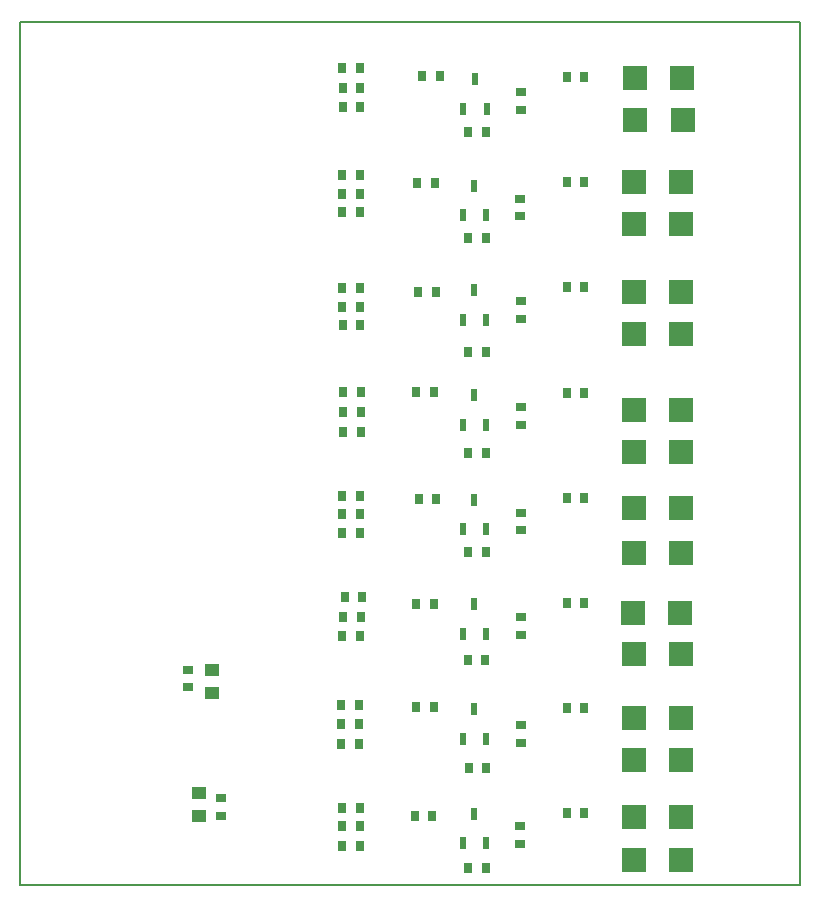
<source format=gbp>
%FSLAX25Y25*%
%MOIN*%
G70*
G01*
G75*
G04 Layer_Color=128*
%ADD10C,0.01000*%
%ADD11C,0.00800*%
%ADD12C,0.02000*%
%ADD13R,0.02756X0.03347*%
%ADD14R,0.03937X0.05118*%
%ADD15R,0.07874X0.07874*%
%ADD16R,0.17323X0.17323*%
%ADD17R,0.03937X0.00787*%
%ADD18R,0.00787X0.03937*%
%ADD19O,0.02205X0.06870*%
%ADD20R,0.03347X0.02756*%
%ADD21R,0.01181X0.03937*%
%ADD22R,0.05315X0.02559*%
%ADD23R,0.05118X0.03937*%
%ADD24R,0.09543X0.14252*%
%ADD25R,0.03937X0.02362*%
%ADD26O,0.05500X0.02500*%
%ADD27R,0.05500X0.02500*%
%ADD28R,0.05906X0.02500*%
%ADD29C,0.00500*%
%ADD30C,0.09961*%
%ADD31R,0.05906X0.05906*%
%ADD32C,0.05906*%
%ADD33R,0.05906X0.05906*%
%ADD34O,0.03937X0.08268*%
%ADD35C,0.02638*%
%ADD36C,0.06496*%
%ADD37C,0.02000*%
%ADD38C,0.03000*%
%ADD39R,0.02362X0.03937*%
%ADD40R,0.07874X0.07874*%
%ADD41C,0.01181*%
%ADD42C,0.00700*%
%ADD43C,0.00787*%
%ADD44C,0.00600*%
%ADD45R,0.03556X0.04147*%
%ADD46R,0.04737X0.05918*%
%ADD47R,0.08674X0.08674*%
%ADD48R,0.17717X0.17717*%
%ADD49R,0.04331X0.01181*%
%ADD50R,0.01181X0.04331*%
%ADD51O,0.03005X0.07670*%
%ADD52R,0.04147X0.03556*%
%ADD53R,0.01981X0.04737*%
%ADD54R,0.06115X0.03359*%
%ADD55R,0.05918X0.04737*%
%ADD56R,0.10343X0.15052*%
%ADD57R,0.04737X0.03162*%
%ADD58O,0.06300X0.03300*%
%ADD59R,0.06300X0.03300*%
%ADD60R,0.06706X0.03300*%
%ADD61C,0.10761*%
%ADD62R,0.06706X0.06706*%
%ADD63C,0.06706*%
%ADD64R,0.06706X0.06706*%
%ADD65O,0.04737X0.09068*%
%ADD66C,0.03438*%
%ADD67C,0.06890*%
%ADD68R,0.03162X0.04737*%
%ADD69R,0.08674X0.08674*%
D13*
X-127100Y128700D02*
D03*
X-121195D02*
D03*
X-77700Y128971D02*
D03*
X-71794D02*
D03*
X-77700Y93914D02*
D03*
X-71794D02*
D03*
X-128000Y93500D02*
D03*
X-122095D02*
D03*
X-128400Y22800D02*
D03*
X-122494D02*
D03*
X-77700Y23800D02*
D03*
X-71794D02*
D03*
X-77700Y58857D02*
D03*
X-71794D02*
D03*
X-128000Y59200D02*
D03*
X-122095D02*
D03*
X-120095Y269700D02*
D03*
X-126000D02*
D03*
X-71794Y269200D02*
D03*
X-77700D02*
D03*
X-71794Y234143D02*
D03*
X-77700D02*
D03*
X-121695Y233900D02*
D03*
X-127600D02*
D03*
X-121294Y197400D02*
D03*
X-127200D02*
D03*
X-71794Y199086D02*
D03*
X-77700D02*
D03*
X-121994Y164100D02*
D03*
X-127900D02*
D03*
X-71794Y164029D02*
D03*
X-77700D02*
D03*
X-104595Y5500D02*
D03*
X-110500D02*
D03*
X-104495Y38900D02*
D03*
X-110400D02*
D03*
X-152600Y25500D02*
D03*
X-146695D02*
D03*
Y19500D02*
D03*
X-152600D02*
D03*
X-146695Y12900D02*
D03*
X-152600D02*
D03*
X-146994Y46800D02*
D03*
X-152900D02*
D03*
X-146994Y53500D02*
D03*
X-152900D02*
D03*
Y59900D02*
D03*
X-146994D02*
D03*
X-104795Y74800D02*
D03*
X-110700D02*
D03*
X-146695Y83000D02*
D03*
X-152600D02*
D03*
X-146395Y89300D02*
D03*
X-152300D02*
D03*
X-151700Y95800D02*
D03*
X-145794D02*
D03*
X-104595Y110900D02*
D03*
X-110500D02*
D03*
X-146595Y117300D02*
D03*
X-152500D02*
D03*
X-146695Y123500D02*
D03*
X-152600D02*
D03*
Y129700D02*
D03*
X-146695D02*
D03*
X-104595Y144000D02*
D03*
X-110500D02*
D03*
X-152206Y150800D02*
D03*
X-146300D02*
D03*
X-152206Y157700D02*
D03*
X-146300D02*
D03*
Y164100D02*
D03*
X-152206D02*
D03*
X-104595Y177400D02*
D03*
X-110500D02*
D03*
X-152400Y186400D02*
D03*
X-146494D02*
D03*
X-152600Y192700D02*
D03*
X-146695D02*
D03*
X-146595Y199000D02*
D03*
X-152500D02*
D03*
X-104595Y215700D02*
D03*
X-110500D02*
D03*
X-152600Y224100D02*
D03*
X-146695D02*
D03*
X-152600Y230100D02*
D03*
X-146695D02*
D03*
Y236400D02*
D03*
X-152600D02*
D03*
X-104595Y251000D02*
D03*
X-110500D02*
D03*
X-152400Y259300D02*
D03*
X-146494D02*
D03*
X-152400Y265500D02*
D03*
X-146494D02*
D03*
X-146695Y272100D02*
D03*
X-152600D02*
D03*
D20*
X-92900Y118095D02*
D03*
Y124000D02*
D03*
X-93200Y13595D02*
D03*
Y19500D02*
D03*
X-93100Y47295D02*
D03*
Y53200D02*
D03*
X-93000Y258194D02*
D03*
Y264100D02*
D03*
Y83195D02*
D03*
Y89100D02*
D03*
Y153194D02*
D03*
Y159100D02*
D03*
X-93100Y188695D02*
D03*
Y194600D02*
D03*
X-93200Y222795D02*
D03*
Y228700D02*
D03*
X-204100Y65794D02*
D03*
Y71700D02*
D03*
X-193100Y28905D02*
D03*
Y23000D02*
D03*
D23*
X-196000Y63726D02*
D03*
Y71600D02*
D03*
X-200400Y30674D02*
D03*
Y22800D02*
D03*
D29*
X-259842Y287402D02*
X0D01*
Y0D02*
Y287402D01*
X-259842Y0D02*
X0D01*
X-259842D02*
Y287402D01*
D39*
X-104500Y83571D02*
D03*
X-108437Y93414D02*
D03*
X-112374Y83571D02*
D03*
X-104500Y118457D02*
D03*
X-108437Y128300D02*
D03*
X-112374Y118457D02*
D03*
X-104500Y13800D02*
D03*
X-108437Y23642D02*
D03*
X-112374Y13800D02*
D03*
X-104500Y48686D02*
D03*
X-108437Y58528D02*
D03*
X-112374Y48686D02*
D03*
X-104400Y258700D02*
D03*
X-108337Y268543D02*
D03*
X-112274Y258700D02*
D03*
X-104500Y223114D02*
D03*
X-108437Y232957D02*
D03*
X-112374Y223114D02*
D03*
X-104500Y188228D02*
D03*
X-108437Y198071D02*
D03*
X-112374Y188228D02*
D03*
X-104500Y153343D02*
D03*
X-108437Y163185D02*
D03*
X-112374Y153343D02*
D03*
D40*
X-39452Y22600D02*
D03*
X-55200D02*
D03*
X-39452Y55500D02*
D03*
X-55200D02*
D03*
X-39452Y234200D02*
D03*
X-55200D02*
D03*
X-39452Y197600D02*
D03*
X-55200D02*
D03*
X-39452Y158300D02*
D03*
X-55200D02*
D03*
X-39452Y125600D02*
D03*
X-55200D02*
D03*
X-39952Y90400D02*
D03*
X-55700D02*
D03*
X-39352Y268800D02*
D03*
X-55100D02*
D03*
X-39052Y255000D02*
D03*
X-54800D02*
D03*
X-39452Y220200D02*
D03*
X-55200D02*
D03*
X-39452Y183700D02*
D03*
X-55200D02*
D03*
X-39452Y144300D02*
D03*
X-55200D02*
D03*
X-39452Y110400D02*
D03*
X-55200D02*
D03*
X-39452Y77000D02*
D03*
X-55200D02*
D03*
X-39452Y41700D02*
D03*
X-55200D02*
D03*
X-39452Y8100D02*
D03*
X-55200D02*
D03*
M02*

</source>
